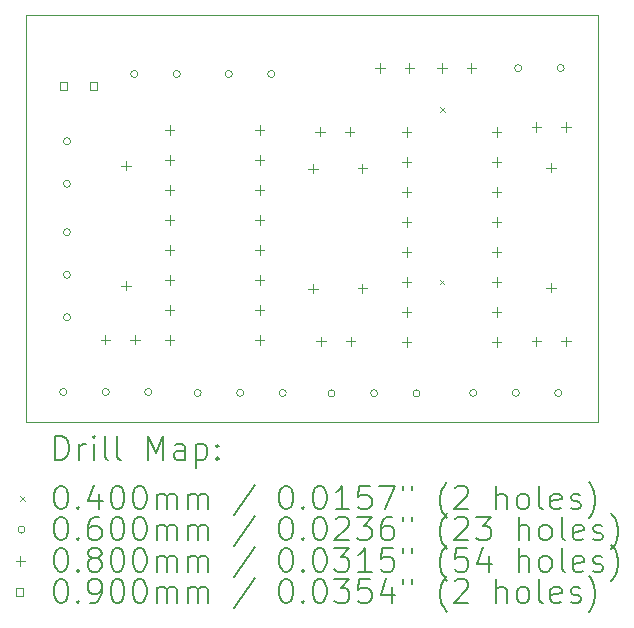
<source format=gbr>
%FSLAX45Y45*%
G04 Gerber Fmt 4.5, Leading zero omitted, Abs format (unit mm)*
G04 Created by KiCad (PCBNEW (6.0.2-0)) date 2024-11-08 08:50:23*
%MOMM*%
%LPD*%
G01*
G04 APERTURE LIST*
%TA.AperFunction,Profile*%
%ADD10C,0.100000*%
%TD*%
%ADD11C,0.200000*%
%ADD12C,0.040000*%
%ADD13C,0.060000*%
%ADD14C,0.080000*%
%ADD15C,0.090000*%
G04 APERTURE END LIST*
D10*
X8300000Y-3850000D02*
X13150000Y-3850000D01*
X13150000Y-3850000D02*
X13150000Y-7300000D01*
X13150000Y-7300000D02*
X8300000Y-7300000D01*
X8300000Y-7300000D02*
X8300000Y-3850000D01*
D11*
D12*
X11805000Y-6090951D02*
X11845000Y-6130951D01*
X11845000Y-6090951D02*
X11805000Y-6130951D01*
X11806910Y-4627450D02*
X11846910Y-4667450D01*
X11846910Y-4627450D02*
X11806910Y-4667450D01*
D13*
X8648522Y-7042782D02*
G75*
G03*
X8648522Y-7042782I-30000J0D01*
G01*
X8680000Y-4920000D02*
G75*
G03*
X8680000Y-4920000I-30000J0D01*
G01*
X8680000Y-5280000D02*
G75*
G03*
X8680000Y-5280000I-30000J0D01*
G01*
X8680000Y-5690000D02*
G75*
G03*
X8680000Y-5690000I-30000J0D01*
G01*
X8680000Y-6050000D02*
G75*
G03*
X8680000Y-6050000I-30000J0D01*
G01*
X8680000Y-6410000D02*
G75*
G03*
X8680000Y-6410000I-30000J0D01*
G01*
X9008522Y-7042782D02*
G75*
G03*
X9008522Y-7042782I-30000J0D01*
G01*
X9250000Y-4350000D02*
G75*
G03*
X9250000Y-4350000I-30000J0D01*
G01*
X9368522Y-7042782D02*
G75*
G03*
X9368522Y-7042782I-30000J0D01*
G01*
X9610000Y-4350000D02*
G75*
G03*
X9610000Y-4350000I-30000J0D01*
G01*
X9786671Y-7050000D02*
G75*
G03*
X9786671Y-7050000I-30000J0D01*
G01*
X10050000Y-4350000D02*
G75*
G03*
X10050000Y-4350000I-30000J0D01*
G01*
X10146671Y-7050000D02*
G75*
G03*
X10146671Y-7050000I-30000J0D01*
G01*
X10410000Y-4350000D02*
G75*
G03*
X10410000Y-4350000I-30000J0D01*
G01*
X10506671Y-7050000D02*
G75*
G03*
X10506671Y-7050000I-30000J0D01*
G01*
X10919949Y-7052538D02*
G75*
G03*
X10919949Y-7052538I-30000J0D01*
G01*
X11279948Y-7052538D02*
G75*
G03*
X11279948Y-7052538I-30000J0D01*
G01*
X11639948Y-7052538D02*
G75*
G03*
X11639948Y-7052538I-30000J0D01*
G01*
X12120000Y-7050000D02*
G75*
G03*
X12120000Y-7050000I-30000J0D01*
G01*
X12480000Y-7050000D02*
G75*
G03*
X12480000Y-7050000I-30000J0D01*
G01*
X12500000Y-4300000D02*
G75*
G03*
X12500000Y-4300000I-30000J0D01*
G01*
X12840000Y-7050000D02*
G75*
G03*
X12840000Y-7050000I-30000J0D01*
G01*
X12860000Y-4300000D02*
G75*
G03*
X12860000Y-4300000I-30000J0D01*
G01*
D14*
X8975000Y-6560000D02*
X8975000Y-6640000D01*
X8935000Y-6600000D02*
X9015000Y-6600000D01*
X9149255Y-5084790D02*
X9149255Y-5164790D01*
X9109255Y-5124790D02*
X9189255Y-5124790D01*
X9149255Y-6100790D02*
X9149255Y-6180790D01*
X9109255Y-6140790D02*
X9189255Y-6140790D01*
X9225000Y-6560000D02*
X9225000Y-6640000D01*
X9185000Y-6600000D02*
X9265000Y-6600000D01*
X9520000Y-4782447D02*
X9520000Y-4862447D01*
X9480000Y-4822447D02*
X9560000Y-4822447D01*
X9520000Y-5036447D02*
X9520000Y-5116447D01*
X9480000Y-5076447D02*
X9560000Y-5076447D01*
X9520000Y-5290447D02*
X9520000Y-5370447D01*
X9480000Y-5330447D02*
X9560000Y-5330447D01*
X9520000Y-5544447D02*
X9520000Y-5624447D01*
X9480000Y-5584447D02*
X9560000Y-5584447D01*
X9520000Y-5798447D02*
X9520000Y-5878447D01*
X9480000Y-5838447D02*
X9560000Y-5838447D01*
X9520000Y-6052447D02*
X9520000Y-6132447D01*
X9480000Y-6092447D02*
X9560000Y-6092447D01*
X9520000Y-6306447D02*
X9520000Y-6386447D01*
X9480000Y-6346447D02*
X9560000Y-6346447D01*
X9520000Y-6560447D02*
X9520000Y-6640447D01*
X9480000Y-6600447D02*
X9560000Y-6600447D01*
X10282000Y-4782447D02*
X10282000Y-4862447D01*
X10242000Y-4822447D02*
X10322000Y-4822447D01*
X10282000Y-5036447D02*
X10282000Y-5116447D01*
X10242000Y-5076447D02*
X10322000Y-5076447D01*
X10282000Y-5290447D02*
X10282000Y-5370447D01*
X10242000Y-5330447D02*
X10322000Y-5330447D01*
X10282000Y-5544447D02*
X10282000Y-5624447D01*
X10242000Y-5584447D02*
X10322000Y-5584447D01*
X10282000Y-5798447D02*
X10282000Y-5878447D01*
X10242000Y-5838447D02*
X10322000Y-5838447D01*
X10282000Y-6052447D02*
X10282000Y-6132447D01*
X10242000Y-6092447D02*
X10322000Y-6092447D01*
X10282000Y-6306447D02*
X10282000Y-6386447D01*
X10242000Y-6346447D02*
X10322000Y-6346447D01*
X10282000Y-6560447D02*
X10282000Y-6640447D01*
X10242000Y-6600447D02*
X10322000Y-6600447D01*
X10732434Y-5111833D02*
X10732434Y-5191833D01*
X10692434Y-5151833D02*
X10772434Y-5151833D01*
X10732434Y-6127833D02*
X10732434Y-6207833D01*
X10692434Y-6167833D02*
X10772434Y-6167833D01*
X10792585Y-4798162D02*
X10792585Y-4878162D01*
X10752585Y-4838162D02*
X10832585Y-4838162D01*
X10801323Y-6572795D02*
X10801323Y-6652795D01*
X10761323Y-6612795D02*
X10841323Y-6612795D01*
X11042585Y-4798162D02*
X11042585Y-4878162D01*
X11002585Y-4838162D02*
X11082585Y-4838162D01*
X11051323Y-6572795D02*
X11051323Y-6652795D01*
X11011323Y-6612795D02*
X11091323Y-6612795D01*
X11150000Y-5110000D02*
X11150000Y-5190000D01*
X11110000Y-5150000D02*
X11190000Y-5150000D01*
X11150000Y-6126000D02*
X11150000Y-6206000D01*
X11110000Y-6166000D02*
X11190000Y-6166000D01*
X11300000Y-4260000D02*
X11300000Y-4340000D01*
X11260000Y-4300000D02*
X11340000Y-4300000D01*
X11524952Y-4799884D02*
X11524952Y-4879884D01*
X11484952Y-4839884D02*
X11564952Y-4839884D01*
X11524952Y-5053884D02*
X11524952Y-5133884D01*
X11484952Y-5093884D02*
X11564952Y-5093884D01*
X11524952Y-5307884D02*
X11524952Y-5387884D01*
X11484952Y-5347884D02*
X11564952Y-5347884D01*
X11524952Y-5561884D02*
X11524952Y-5641883D01*
X11484952Y-5601883D02*
X11564952Y-5601883D01*
X11524952Y-5815883D02*
X11524952Y-5895883D01*
X11484952Y-5855883D02*
X11564952Y-5855883D01*
X11524952Y-6069883D02*
X11524952Y-6149883D01*
X11484952Y-6109883D02*
X11564952Y-6109883D01*
X11524952Y-6323883D02*
X11524952Y-6403883D01*
X11484952Y-6363883D02*
X11564952Y-6363883D01*
X11524952Y-6577883D02*
X11524952Y-6657883D01*
X11484952Y-6617883D02*
X11564952Y-6617883D01*
X11550000Y-4260000D02*
X11550000Y-4340000D01*
X11510000Y-4300000D02*
X11590000Y-4300000D01*
X11825000Y-4260000D02*
X11825000Y-4340000D01*
X11785000Y-4300000D02*
X11865000Y-4300000D01*
X12075000Y-4260000D02*
X12075000Y-4340000D01*
X12035000Y-4300000D02*
X12115000Y-4300000D01*
X12286952Y-4799884D02*
X12286952Y-4879884D01*
X12246952Y-4839884D02*
X12326952Y-4839884D01*
X12286952Y-5053884D02*
X12286952Y-5133884D01*
X12246952Y-5093884D02*
X12326952Y-5093884D01*
X12286952Y-5307884D02*
X12286952Y-5387884D01*
X12246952Y-5347884D02*
X12326952Y-5347884D01*
X12286952Y-5561884D02*
X12286952Y-5641883D01*
X12246952Y-5601883D02*
X12326952Y-5601883D01*
X12286952Y-5815883D02*
X12286952Y-5895883D01*
X12246952Y-5855883D02*
X12326952Y-5855883D01*
X12286952Y-6069883D02*
X12286952Y-6149883D01*
X12246952Y-6109883D02*
X12326952Y-6109883D01*
X12286952Y-6323883D02*
X12286952Y-6403883D01*
X12246952Y-6363883D02*
X12326952Y-6363883D01*
X12286952Y-6577883D02*
X12286952Y-6657883D01*
X12246952Y-6617883D02*
X12326952Y-6617883D01*
X12625000Y-4760000D02*
X12625000Y-4840000D01*
X12585000Y-4800000D02*
X12665000Y-4800000D01*
X12625000Y-6573148D02*
X12625000Y-6653148D01*
X12585000Y-6613148D02*
X12665000Y-6613148D01*
X12750000Y-5102000D02*
X12750000Y-5182000D01*
X12710000Y-5142000D02*
X12790000Y-5142000D01*
X12750000Y-6118000D02*
X12750000Y-6198000D01*
X12710000Y-6158000D02*
X12790000Y-6158000D01*
X12875000Y-4760000D02*
X12875000Y-4840000D01*
X12835000Y-4800000D02*
X12915000Y-4800000D01*
X12875000Y-6573148D02*
X12875000Y-6653148D01*
X12835000Y-6613148D02*
X12915000Y-6613148D01*
D15*
X8654320Y-4481820D02*
X8654320Y-4418180D01*
X8590680Y-4418180D01*
X8590680Y-4481820D01*
X8654320Y-4481820D01*
X8908320Y-4481820D02*
X8908320Y-4418180D01*
X8844680Y-4418180D01*
X8844680Y-4481820D01*
X8908320Y-4481820D01*
D11*
X8552619Y-7615476D02*
X8552619Y-7415476D01*
X8600238Y-7415476D01*
X8628810Y-7425000D01*
X8647857Y-7444048D01*
X8657381Y-7463095D01*
X8666905Y-7501190D01*
X8666905Y-7529762D01*
X8657381Y-7567857D01*
X8647857Y-7586905D01*
X8628810Y-7605952D01*
X8600238Y-7615476D01*
X8552619Y-7615476D01*
X8752619Y-7615476D02*
X8752619Y-7482143D01*
X8752619Y-7520238D02*
X8762143Y-7501190D01*
X8771667Y-7491667D01*
X8790714Y-7482143D01*
X8809762Y-7482143D01*
X8876429Y-7615476D02*
X8876429Y-7482143D01*
X8876429Y-7415476D02*
X8866905Y-7425000D01*
X8876429Y-7434524D01*
X8885952Y-7425000D01*
X8876429Y-7415476D01*
X8876429Y-7434524D01*
X9000238Y-7615476D02*
X8981190Y-7605952D01*
X8971667Y-7586905D01*
X8971667Y-7415476D01*
X9105000Y-7615476D02*
X9085952Y-7605952D01*
X9076429Y-7586905D01*
X9076429Y-7415476D01*
X9333571Y-7615476D02*
X9333571Y-7415476D01*
X9400238Y-7558333D01*
X9466905Y-7415476D01*
X9466905Y-7615476D01*
X9647857Y-7615476D02*
X9647857Y-7510714D01*
X9638333Y-7491667D01*
X9619286Y-7482143D01*
X9581190Y-7482143D01*
X9562143Y-7491667D01*
X9647857Y-7605952D02*
X9628810Y-7615476D01*
X9581190Y-7615476D01*
X9562143Y-7605952D01*
X9552619Y-7586905D01*
X9552619Y-7567857D01*
X9562143Y-7548809D01*
X9581190Y-7539286D01*
X9628810Y-7539286D01*
X9647857Y-7529762D01*
X9743095Y-7482143D02*
X9743095Y-7682143D01*
X9743095Y-7491667D02*
X9762143Y-7482143D01*
X9800238Y-7482143D01*
X9819286Y-7491667D01*
X9828810Y-7501190D01*
X9838333Y-7520238D01*
X9838333Y-7577381D01*
X9828810Y-7596428D01*
X9819286Y-7605952D01*
X9800238Y-7615476D01*
X9762143Y-7615476D01*
X9743095Y-7605952D01*
X9924048Y-7596428D02*
X9933571Y-7605952D01*
X9924048Y-7615476D01*
X9914524Y-7605952D01*
X9924048Y-7596428D01*
X9924048Y-7615476D01*
X9924048Y-7491667D02*
X9933571Y-7501190D01*
X9924048Y-7510714D01*
X9914524Y-7501190D01*
X9924048Y-7491667D01*
X9924048Y-7510714D01*
D12*
X8255000Y-7925000D02*
X8295000Y-7965000D01*
X8295000Y-7925000D02*
X8255000Y-7965000D01*
D11*
X8590714Y-7835476D02*
X8609762Y-7835476D01*
X8628810Y-7845000D01*
X8638333Y-7854524D01*
X8647857Y-7873571D01*
X8657381Y-7911667D01*
X8657381Y-7959286D01*
X8647857Y-7997381D01*
X8638333Y-8016428D01*
X8628810Y-8025952D01*
X8609762Y-8035476D01*
X8590714Y-8035476D01*
X8571667Y-8025952D01*
X8562143Y-8016428D01*
X8552619Y-7997381D01*
X8543095Y-7959286D01*
X8543095Y-7911667D01*
X8552619Y-7873571D01*
X8562143Y-7854524D01*
X8571667Y-7845000D01*
X8590714Y-7835476D01*
X8743095Y-8016428D02*
X8752619Y-8025952D01*
X8743095Y-8035476D01*
X8733571Y-8025952D01*
X8743095Y-8016428D01*
X8743095Y-8035476D01*
X8924048Y-7902143D02*
X8924048Y-8035476D01*
X8876429Y-7825952D02*
X8828810Y-7968809D01*
X8952619Y-7968809D01*
X9066905Y-7835476D02*
X9085952Y-7835476D01*
X9105000Y-7845000D01*
X9114524Y-7854524D01*
X9124048Y-7873571D01*
X9133571Y-7911667D01*
X9133571Y-7959286D01*
X9124048Y-7997381D01*
X9114524Y-8016428D01*
X9105000Y-8025952D01*
X9085952Y-8035476D01*
X9066905Y-8035476D01*
X9047857Y-8025952D01*
X9038333Y-8016428D01*
X9028810Y-7997381D01*
X9019286Y-7959286D01*
X9019286Y-7911667D01*
X9028810Y-7873571D01*
X9038333Y-7854524D01*
X9047857Y-7845000D01*
X9066905Y-7835476D01*
X9257381Y-7835476D02*
X9276429Y-7835476D01*
X9295476Y-7845000D01*
X9305000Y-7854524D01*
X9314524Y-7873571D01*
X9324048Y-7911667D01*
X9324048Y-7959286D01*
X9314524Y-7997381D01*
X9305000Y-8016428D01*
X9295476Y-8025952D01*
X9276429Y-8035476D01*
X9257381Y-8035476D01*
X9238333Y-8025952D01*
X9228810Y-8016428D01*
X9219286Y-7997381D01*
X9209762Y-7959286D01*
X9209762Y-7911667D01*
X9219286Y-7873571D01*
X9228810Y-7854524D01*
X9238333Y-7845000D01*
X9257381Y-7835476D01*
X9409762Y-8035476D02*
X9409762Y-7902143D01*
X9409762Y-7921190D02*
X9419286Y-7911667D01*
X9438333Y-7902143D01*
X9466905Y-7902143D01*
X9485952Y-7911667D01*
X9495476Y-7930714D01*
X9495476Y-8035476D01*
X9495476Y-7930714D02*
X9505000Y-7911667D01*
X9524048Y-7902143D01*
X9552619Y-7902143D01*
X9571667Y-7911667D01*
X9581190Y-7930714D01*
X9581190Y-8035476D01*
X9676429Y-8035476D02*
X9676429Y-7902143D01*
X9676429Y-7921190D02*
X9685952Y-7911667D01*
X9705000Y-7902143D01*
X9733571Y-7902143D01*
X9752619Y-7911667D01*
X9762143Y-7930714D01*
X9762143Y-8035476D01*
X9762143Y-7930714D02*
X9771667Y-7911667D01*
X9790714Y-7902143D01*
X9819286Y-7902143D01*
X9838333Y-7911667D01*
X9847857Y-7930714D01*
X9847857Y-8035476D01*
X10238333Y-7825952D02*
X10066905Y-8083095D01*
X10495476Y-7835476D02*
X10514524Y-7835476D01*
X10533571Y-7845000D01*
X10543095Y-7854524D01*
X10552619Y-7873571D01*
X10562143Y-7911667D01*
X10562143Y-7959286D01*
X10552619Y-7997381D01*
X10543095Y-8016428D01*
X10533571Y-8025952D01*
X10514524Y-8035476D01*
X10495476Y-8035476D01*
X10476429Y-8025952D01*
X10466905Y-8016428D01*
X10457381Y-7997381D01*
X10447857Y-7959286D01*
X10447857Y-7911667D01*
X10457381Y-7873571D01*
X10466905Y-7854524D01*
X10476429Y-7845000D01*
X10495476Y-7835476D01*
X10647857Y-8016428D02*
X10657381Y-8025952D01*
X10647857Y-8035476D01*
X10638333Y-8025952D01*
X10647857Y-8016428D01*
X10647857Y-8035476D01*
X10781190Y-7835476D02*
X10800238Y-7835476D01*
X10819286Y-7845000D01*
X10828810Y-7854524D01*
X10838333Y-7873571D01*
X10847857Y-7911667D01*
X10847857Y-7959286D01*
X10838333Y-7997381D01*
X10828810Y-8016428D01*
X10819286Y-8025952D01*
X10800238Y-8035476D01*
X10781190Y-8035476D01*
X10762143Y-8025952D01*
X10752619Y-8016428D01*
X10743095Y-7997381D01*
X10733571Y-7959286D01*
X10733571Y-7911667D01*
X10743095Y-7873571D01*
X10752619Y-7854524D01*
X10762143Y-7845000D01*
X10781190Y-7835476D01*
X11038333Y-8035476D02*
X10924048Y-8035476D01*
X10981190Y-8035476D02*
X10981190Y-7835476D01*
X10962143Y-7864048D01*
X10943095Y-7883095D01*
X10924048Y-7892619D01*
X11219286Y-7835476D02*
X11124048Y-7835476D01*
X11114524Y-7930714D01*
X11124048Y-7921190D01*
X11143095Y-7911667D01*
X11190714Y-7911667D01*
X11209762Y-7921190D01*
X11219286Y-7930714D01*
X11228809Y-7949762D01*
X11228809Y-7997381D01*
X11219286Y-8016428D01*
X11209762Y-8025952D01*
X11190714Y-8035476D01*
X11143095Y-8035476D01*
X11124048Y-8025952D01*
X11114524Y-8016428D01*
X11295476Y-7835476D02*
X11428809Y-7835476D01*
X11343095Y-8035476D01*
X11495476Y-7835476D02*
X11495476Y-7873571D01*
X11571667Y-7835476D02*
X11571667Y-7873571D01*
X11866905Y-8111667D02*
X11857381Y-8102143D01*
X11838333Y-8073571D01*
X11828809Y-8054524D01*
X11819286Y-8025952D01*
X11809762Y-7978333D01*
X11809762Y-7940238D01*
X11819286Y-7892619D01*
X11828809Y-7864048D01*
X11838333Y-7845000D01*
X11857381Y-7816428D01*
X11866905Y-7806905D01*
X11933571Y-7854524D02*
X11943095Y-7845000D01*
X11962143Y-7835476D01*
X12009762Y-7835476D01*
X12028809Y-7845000D01*
X12038333Y-7854524D01*
X12047857Y-7873571D01*
X12047857Y-7892619D01*
X12038333Y-7921190D01*
X11924048Y-8035476D01*
X12047857Y-8035476D01*
X12285952Y-8035476D02*
X12285952Y-7835476D01*
X12371667Y-8035476D02*
X12371667Y-7930714D01*
X12362143Y-7911667D01*
X12343095Y-7902143D01*
X12314524Y-7902143D01*
X12295476Y-7911667D01*
X12285952Y-7921190D01*
X12495476Y-8035476D02*
X12476428Y-8025952D01*
X12466905Y-8016428D01*
X12457381Y-7997381D01*
X12457381Y-7940238D01*
X12466905Y-7921190D01*
X12476428Y-7911667D01*
X12495476Y-7902143D01*
X12524048Y-7902143D01*
X12543095Y-7911667D01*
X12552619Y-7921190D01*
X12562143Y-7940238D01*
X12562143Y-7997381D01*
X12552619Y-8016428D01*
X12543095Y-8025952D01*
X12524048Y-8035476D01*
X12495476Y-8035476D01*
X12676428Y-8035476D02*
X12657381Y-8025952D01*
X12647857Y-8006905D01*
X12647857Y-7835476D01*
X12828809Y-8025952D02*
X12809762Y-8035476D01*
X12771667Y-8035476D01*
X12752619Y-8025952D01*
X12743095Y-8006905D01*
X12743095Y-7930714D01*
X12752619Y-7911667D01*
X12771667Y-7902143D01*
X12809762Y-7902143D01*
X12828809Y-7911667D01*
X12838333Y-7930714D01*
X12838333Y-7949762D01*
X12743095Y-7968809D01*
X12914524Y-8025952D02*
X12933571Y-8035476D01*
X12971667Y-8035476D01*
X12990714Y-8025952D01*
X13000238Y-8006905D01*
X13000238Y-7997381D01*
X12990714Y-7978333D01*
X12971667Y-7968809D01*
X12943095Y-7968809D01*
X12924048Y-7959286D01*
X12914524Y-7940238D01*
X12914524Y-7930714D01*
X12924048Y-7911667D01*
X12943095Y-7902143D01*
X12971667Y-7902143D01*
X12990714Y-7911667D01*
X13066905Y-8111667D02*
X13076428Y-8102143D01*
X13095476Y-8073571D01*
X13105000Y-8054524D01*
X13114524Y-8025952D01*
X13124048Y-7978333D01*
X13124048Y-7940238D01*
X13114524Y-7892619D01*
X13105000Y-7864048D01*
X13095476Y-7845000D01*
X13076428Y-7816428D01*
X13066905Y-7806905D01*
D13*
X8295000Y-8209000D02*
G75*
G03*
X8295000Y-8209000I-30000J0D01*
G01*
D11*
X8590714Y-8099476D02*
X8609762Y-8099476D01*
X8628810Y-8109000D01*
X8638333Y-8118524D01*
X8647857Y-8137571D01*
X8657381Y-8175667D01*
X8657381Y-8223286D01*
X8647857Y-8261381D01*
X8638333Y-8280428D01*
X8628810Y-8289952D01*
X8609762Y-8299476D01*
X8590714Y-8299476D01*
X8571667Y-8289952D01*
X8562143Y-8280428D01*
X8552619Y-8261381D01*
X8543095Y-8223286D01*
X8543095Y-8175667D01*
X8552619Y-8137571D01*
X8562143Y-8118524D01*
X8571667Y-8109000D01*
X8590714Y-8099476D01*
X8743095Y-8280428D02*
X8752619Y-8289952D01*
X8743095Y-8299476D01*
X8733571Y-8289952D01*
X8743095Y-8280428D01*
X8743095Y-8299476D01*
X8924048Y-8099476D02*
X8885952Y-8099476D01*
X8866905Y-8109000D01*
X8857381Y-8118524D01*
X8838333Y-8147095D01*
X8828810Y-8185190D01*
X8828810Y-8261381D01*
X8838333Y-8280428D01*
X8847857Y-8289952D01*
X8866905Y-8299476D01*
X8905000Y-8299476D01*
X8924048Y-8289952D01*
X8933571Y-8280428D01*
X8943095Y-8261381D01*
X8943095Y-8213762D01*
X8933571Y-8194714D01*
X8924048Y-8185190D01*
X8905000Y-8175667D01*
X8866905Y-8175667D01*
X8847857Y-8185190D01*
X8838333Y-8194714D01*
X8828810Y-8213762D01*
X9066905Y-8099476D02*
X9085952Y-8099476D01*
X9105000Y-8109000D01*
X9114524Y-8118524D01*
X9124048Y-8137571D01*
X9133571Y-8175667D01*
X9133571Y-8223286D01*
X9124048Y-8261381D01*
X9114524Y-8280428D01*
X9105000Y-8289952D01*
X9085952Y-8299476D01*
X9066905Y-8299476D01*
X9047857Y-8289952D01*
X9038333Y-8280428D01*
X9028810Y-8261381D01*
X9019286Y-8223286D01*
X9019286Y-8175667D01*
X9028810Y-8137571D01*
X9038333Y-8118524D01*
X9047857Y-8109000D01*
X9066905Y-8099476D01*
X9257381Y-8099476D02*
X9276429Y-8099476D01*
X9295476Y-8109000D01*
X9305000Y-8118524D01*
X9314524Y-8137571D01*
X9324048Y-8175667D01*
X9324048Y-8223286D01*
X9314524Y-8261381D01*
X9305000Y-8280428D01*
X9295476Y-8289952D01*
X9276429Y-8299476D01*
X9257381Y-8299476D01*
X9238333Y-8289952D01*
X9228810Y-8280428D01*
X9219286Y-8261381D01*
X9209762Y-8223286D01*
X9209762Y-8175667D01*
X9219286Y-8137571D01*
X9228810Y-8118524D01*
X9238333Y-8109000D01*
X9257381Y-8099476D01*
X9409762Y-8299476D02*
X9409762Y-8166143D01*
X9409762Y-8185190D02*
X9419286Y-8175667D01*
X9438333Y-8166143D01*
X9466905Y-8166143D01*
X9485952Y-8175667D01*
X9495476Y-8194714D01*
X9495476Y-8299476D01*
X9495476Y-8194714D02*
X9505000Y-8175667D01*
X9524048Y-8166143D01*
X9552619Y-8166143D01*
X9571667Y-8175667D01*
X9581190Y-8194714D01*
X9581190Y-8299476D01*
X9676429Y-8299476D02*
X9676429Y-8166143D01*
X9676429Y-8185190D02*
X9685952Y-8175667D01*
X9705000Y-8166143D01*
X9733571Y-8166143D01*
X9752619Y-8175667D01*
X9762143Y-8194714D01*
X9762143Y-8299476D01*
X9762143Y-8194714D02*
X9771667Y-8175667D01*
X9790714Y-8166143D01*
X9819286Y-8166143D01*
X9838333Y-8175667D01*
X9847857Y-8194714D01*
X9847857Y-8299476D01*
X10238333Y-8089952D02*
X10066905Y-8347095D01*
X10495476Y-8099476D02*
X10514524Y-8099476D01*
X10533571Y-8109000D01*
X10543095Y-8118524D01*
X10552619Y-8137571D01*
X10562143Y-8175667D01*
X10562143Y-8223286D01*
X10552619Y-8261381D01*
X10543095Y-8280428D01*
X10533571Y-8289952D01*
X10514524Y-8299476D01*
X10495476Y-8299476D01*
X10476429Y-8289952D01*
X10466905Y-8280428D01*
X10457381Y-8261381D01*
X10447857Y-8223286D01*
X10447857Y-8175667D01*
X10457381Y-8137571D01*
X10466905Y-8118524D01*
X10476429Y-8109000D01*
X10495476Y-8099476D01*
X10647857Y-8280428D02*
X10657381Y-8289952D01*
X10647857Y-8299476D01*
X10638333Y-8289952D01*
X10647857Y-8280428D01*
X10647857Y-8299476D01*
X10781190Y-8099476D02*
X10800238Y-8099476D01*
X10819286Y-8109000D01*
X10828810Y-8118524D01*
X10838333Y-8137571D01*
X10847857Y-8175667D01*
X10847857Y-8223286D01*
X10838333Y-8261381D01*
X10828810Y-8280428D01*
X10819286Y-8289952D01*
X10800238Y-8299476D01*
X10781190Y-8299476D01*
X10762143Y-8289952D01*
X10752619Y-8280428D01*
X10743095Y-8261381D01*
X10733571Y-8223286D01*
X10733571Y-8175667D01*
X10743095Y-8137571D01*
X10752619Y-8118524D01*
X10762143Y-8109000D01*
X10781190Y-8099476D01*
X10924048Y-8118524D02*
X10933571Y-8109000D01*
X10952619Y-8099476D01*
X11000238Y-8099476D01*
X11019286Y-8109000D01*
X11028810Y-8118524D01*
X11038333Y-8137571D01*
X11038333Y-8156619D01*
X11028810Y-8185190D01*
X10914524Y-8299476D01*
X11038333Y-8299476D01*
X11105000Y-8099476D02*
X11228809Y-8099476D01*
X11162143Y-8175667D01*
X11190714Y-8175667D01*
X11209762Y-8185190D01*
X11219286Y-8194714D01*
X11228809Y-8213762D01*
X11228809Y-8261381D01*
X11219286Y-8280428D01*
X11209762Y-8289952D01*
X11190714Y-8299476D01*
X11133571Y-8299476D01*
X11114524Y-8289952D01*
X11105000Y-8280428D01*
X11400238Y-8099476D02*
X11362143Y-8099476D01*
X11343095Y-8109000D01*
X11333571Y-8118524D01*
X11314524Y-8147095D01*
X11305000Y-8185190D01*
X11305000Y-8261381D01*
X11314524Y-8280428D01*
X11324048Y-8289952D01*
X11343095Y-8299476D01*
X11381190Y-8299476D01*
X11400238Y-8289952D01*
X11409762Y-8280428D01*
X11419286Y-8261381D01*
X11419286Y-8213762D01*
X11409762Y-8194714D01*
X11400238Y-8185190D01*
X11381190Y-8175667D01*
X11343095Y-8175667D01*
X11324048Y-8185190D01*
X11314524Y-8194714D01*
X11305000Y-8213762D01*
X11495476Y-8099476D02*
X11495476Y-8137571D01*
X11571667Y-8099476D02*
X11571667Y-8137571D01*
X11866905Y-8375667D02*
X11857381Y-8366143D01*
X11838333Y-8337571D01*
X11828809Y-8318524D01*
X11819286Y-8289952D01*
X11809762Y-8242333D01*
X11809762Y-8204238D01*
X11819286Y-8156619D01*
X11828809Y-8128048D01*
X11838333Y-8109000D01*
X11857381Y-8080428D01*
X11866905Y-8070905D01*
X11933571Y-8118524D02*
X11943095Y-8109000D01*
X11962143Y-8099476D01*
X12009762Y-8099476D01*
X12028809Y-8109000D01*
X12038333Y-8118524D01*
X12047857Y-8137571D01*
X12047857Y-8156619D01*
X12038333Y-8185190D01*
X11924048Y-8299476D01*
X12047857Y-8299476D01*
X12114524Y-8099476D02*
X12238333Y-8099476D01*
X12171667Y-8175667D01*
X12200238Y-8175667D01*
X12219286Y-8185190D01*
X12228809Y-8194714D01*
X12238333Y-8213762D01*
X12238333Y-8261381D01*
X12228809Y-8280428D01*
X12219286Y-8289952D01*
X12200238Y-8299476D01*
X12143095Y-8299476D01*
X12124048Y-8289952D01*
X12114524Y-8280428D01*
X12476428Y-8299476D02*
X12476428Y-8099476D01*
X12562143Y-8299476D02*
X12562143Y-8194714D01*
X12552619Y-8175667D01*
X12533571Y-8166143D01*
X12505000Y-8166143D01*
X12485952Y-8175667D01*
X12476428Y-8185190D01*
X12685952Y-8299476D02*
X12666905Y-8289952D01*
X12657381Y-8280428D01*
X12647857Y-8261381D01*
X12647857Y-8204238D01*
X12657381Y-8185190D01*
X12666905Y-8175667D01*
X12685952Y-8166143D01*
X12714524Y-8166143D01*
X12733571Y-8175667D01*
X12743095Y-8185190D01*
X12752619Y-8204238D01*
X12752619Y-8261381D01*
X12743095Y-8280428D01*
X12733571Y-8289952D01*
X12714524Y-8299476D01*
X12685952Y-8299476D01*
X12866905Y-8299476D02*
X12847857Y-8289952D01*
X12838333Y-8270905D01*
X12838333Y-8099476D01*
X13019286Y-8289952D02*
X13000238Y-8299476D01*
X12962143Y-8299476D01*
X12943095Y-8289952D01*
X12933571Y-8270905D01*
X12933571Y-8194714D01*
X12943095Y-8175667D01*
X12962143Y-8166143D01*
X13000238Y-8166143D01*
X13019286Y-8175667D01*
X13028809Y-8194714D01*
X13028809Y-8213762D01*
X12933571Y-8232809D01*
X13105000Y-8289952D02*
X13124048Y-8299476D01*
X13162143Y-8299476D01*
X13181190Y-8289952D01*
X13190714Y-8270905D01*
X13190714Y-8261381D01*
X13181190Y-8242333D01*
X13162143Y-8232809D01*
X13133571Y-8232809D01*
X13114524Y-8223286D01*
X13105000Y-8204238D01*
X13105000Y-8194714D01*
X13114524Y-8175667D01*
X13133571Y-8166143D01*
X13162143Y-8166143D01*
X13181190Y-8175667D01*
X13257381Y-8375667D02*
X13266905Y-8366143D01*
X13285952Y-8337571D01*
X13295476Y-8318524D01*
X13305000Y-8289952D01*
X13314524Y-8242333D01*
X13314524Y-8204238D01*
X13305000Y-8156619D01*
X13295476Y-8128048D01*
X13285952Y-8109000D01*
X13266905Y-8080428D01*
X13257381Y-8070905D01*
D14*
X8255000Y-8433000D02*
X8255000Y-8513000D01*
X8215000Y-8473000D02*
X8295000Y-8473000D01*
D11*
X8590714Y-8363476D02*
X8609762Y-8363476D01*
X8628810Y-8373000D01*
X8638333Y-8382524D01*
X8647857Y-8401571D01*
X8657381Y-8439667D01*
X8657381Y-8487286D01*
X8647857Y-8525381D01*
X8638333Y-8544429D01*
X8628810Y-8553952D01*
X8609762Y-8563476D01*
X8590714Y-8563476D01*
X8571667Y-8553952D01*
X8562143Y-8544429D01*
X8552619Y-8525381D01*
X8543095Y-8487286D01*
X8543095Y-8439667D01*
X8552619Y-8401571D01*
X8562143Y-8382524D01*
X8571667Y-8373000D01*
X8590714Y-8363476D01*
X8743095Y-8544429D02*
X8752619Y-8553952D01*
X8743095Y-8563476D01*
X8733571Y-8553952D01*
X8743095Y-8544429D01*
X8743095Y-8563476D01*
X8866905Y-8449190D02*
X8847857Y-8439667D01*
X8838333Y-8430143D01*
X8828810Y-8411095D01*
X8828810Y-8401571D01*
X8838333Y-8382524D01*
X8847857Y-8373000D01*
X8866905Y-8363476D01*
X8905000Y-8363476D01*
X8924048Y-8373000D01*
X8933571Y-8382524D01*
X8943095Y-8401571D01*
X8943095Y-8411095D01*
X8933571Y-8430143D01*
X8924048Y-8439667D01*
X8905000Y-8449190D01*
X8866905Y-8449190D01*
X8847857Y-8458714D01*
X8838333Y-8468238D01*
X8828810Y-8487286D01*
X8828810Y-8525381D01*
X8838333Y-8544429D01*
X8847857Y-8553952D01*
X8866905Y-8563476D01*
X8905000Y-8563476D01*
X8924048Y-8553952D01*
X8933571Y-8544429D01*
X8943095Y-8525381D01*
X8943095Y-8487286D01*
X8933571Y-8468238D01*
X8924048Y-8458714D01*
X8905000Y-8449190D01*
X9066905Y-8363476D02*
X9085952Y-8363476D01*
X9105000Y-8373000D01*
X9114524Y-8382524D01*
X9124048Y-8401571D01*
X9133571Y-8439667D01*
X9133571Y-8487286D01*
X9124048Y-8525381D01*
X9114524Y-8544429D01*
X9105000Y-8553952D01*
X9085952Y-8563476D01*
X9066905Y-8563476D01*
X9047857Y-8553952D01*
X9038333Y-8544429D01*
X9028810Y-8525381D01*
X9019286Y-8487286D01*
X9019286Y-8439667D01*
X9028810Y-8401571D01*
X9038333Y-8382524D01*
X9047857Y-8373000D01*
X9066905Y-8363476D01*
X9257381Y-8363476D02*
X9276429Y-8363476D01*
X9295476Y-8373000D01*
X9305000Y-8382524D01*
X9314524Y-8401571D01*
X9324048Y-8439667D01*
X9324048Y-8487286D01*
X9314524Y-8525381D01*
X9305000Y-8544429D01*
X9295476Y-8553952D01*
X9276429Y-8563476D01*
X9257381Y-8563476D01*
X9238333Y-8553952D01*
X9228810Y-8544429D01*
X9219286Y-8525381D01*
X9209762Y-8487286D01*
X9209762Y-8439667D01*
X9219286Y-8401571D01*
X9228810Y-8382524D01*
X9238333Y-8373000D01*
X9257381Y-8363476D01*
X9409762Y-8563476D02*
X9409762Y-8430143D01*
X9409762Y-8449190D02*
X9419286Y-8439667D01*
X9438333Y-8430143D01*
X9466905Y-8430143D01*
X9485952Y-8439667D01*
X9495476Y-8458714D01*
X9495476Y-8563476D01*
X9495476Y-8458714D02*
X9505000Y-8439667D01*
X9524048Y-8430143D01*
X9552619Y-8430143D01*
X9571667Y-8439667D01*
X9581190Y-8458714D01*
X9581190Y-8563476D01*
X9676429Y-8563476D02*
X9676429Y-8430143D01*
X9676429Y-8449190D02*
X9685952Y-8439667D01*
X9705000Y-8430143D01*
X9733571Y-8430143D01*
X9752619Y-8439667D01*
X9762143Y-8458714D01*
X9762143Y-8563476D01*
X9762143Y-8458714D02*
X9771667Y-8439667D01*
X9790714Y-8430143D01*
X9819286Y-8430143D01*
X9838333Y-8439667D01*
X9847857Y-8458714D01*
X9847857Y-8563476D01*
X10238333Y-8353952D02*
X10066905Y-8611095D01*
X10495476Y-8363476D02*
X10514524Y-8363476D01*
X10533571Y-8373000D01*
X10543095Y-8382524D01*
X10552619Y-8401571D01*
X10562143Y-8439667D01*
X10562143Y-8487286D01*
X10552619Y-8525381D01*
X10543095Y-8544429D01*
X10533571Y-8553952D01*
X10514524Y-8563476D01*
X10495476Y-8563476D01*
X10476429Y-8553952D01*
X10466905Y-8544429D01*
X10457381Y-8525381D01*
X10447857Y-8487286D01*
X10447857Y-8439667D01*
X10457381Y-8401571D01*
X10466905Y-8382524D01*
X10476429Y-8373000D01*
X10495476Y-8363476D01*
X10647857Y-8544429D02*
X10657381Y-8553952D01*
X10647857Y-8563476D01*
X10638333Y-8553952D01*
X10647857Y-8544429D01*
X10647857Y-8563476D01*
X10781190Y-8363476D02*
X10800238Y-8363476D01*
X10819286Y-8373000D01*
X10828810Y-8382524D01*
X10838333Y-8401571D01*
X10847857Y-8439667D01*
X10847857Y-8487286D01*
X10838333Y-8525381D01*
X10828810Y-8544429D01*
X10819286Y-8553952D01*
X10800238Y-8563476D01*
X10781190Y-8563476D01*
X10762143Y-8553952D01*
X10752619Y-8544429D01*
X10743095Y-8525381D01*
X10733571Y-8487286D01*
X10733571Y-8439667D01*
X10743095Y-8401571D01*
X10752619Y-8382524D01*
X10762143Y-8373000D01*
X10781190Y-8363476D01*
X10914524Y-8363476D02*
X11038333Y-8363476D01*
X10971667Y-8439667D01*
X11000238Y-8439667D01*
X11019286Y-8449190D01*
X11028810Y-8458714D01*
X11038333Y-8477762D01*
X11038333Y-8525381D01*
X11028810Y-8544429D01*
X11019286Y-8553952D01*
X11000238Y-8563476D01*
X10943095Y-8563476D01*
X10924048Y-8553952D01*
X10914524Y-8544429D01*
X11228809Y-8563476D02*
X11114524Y-8563476D01*
X11171667Y-8563476D02*
X11171667Y-8363476D01*
X11152619Y-8392048D01*
X11133571Y-8411095D01*
X11114524Y-8420619D01*
X11409762Y-8363476D02*
X11314524Y-8363476D01*
X11305000Y-8458714D01*
X11314524Y-8449190D01*
X11333571Y-8439667D01*
X11381190Y-8439667D01*
X11400238Y-8449190D01*
X11409762Y-8458714D01*
X11419286Y-8477762D01*
X11419286Y-8525381D01*
X11409762Y-8544429D01*
X11400238Y-8553952D01*
X11381190Y-8563476D01*
X11333571Y-8563476D01*
X11314524Y-8553952D01*
X11305000Y-8544429D01*
X11495476Y-8363476D02*
X11495476Y-8401571D01*
X11571667Y-8363476D02*
X11571667Y-8401571D01*
X11866905Y-8639667D02*
X11857381Y-8630143D01*
X11838333Y-8601571D01*
X11828809Y-8582524D01*
X11819286Y-8553952D01*
X11809762Y-8506333D01*
X11809762Y-8468238D01*
X11819286Y-8420619D01*
X11828809Y-8392048D01*
X11838333Y-8373000D01*
X11857381Y-8344428D01*
X11866905Y-8334905D01*
X12038333Y-8363476D02*
X11943095Y-8363476D01*
X11933571Y-8458714D01*
X11943095Y-8449190D01*
X11962143Y-8439667D01*
X12009762Y-8439667D01*
X12028809Y-8449190D01*
X12038333Y-8458714D01*
X12047857Y-8477762D01*
X12047857Y-8525381D01*
X12038333Y-8544429D01*
X12028809Y-8553952D01*
X12009762Y-8563476D01*
X11962143Y-8563476D01*
X11943095Y-8553952D01*
X11933571Y-8544429D01*
X12219286Y-8430143D02*
X12219286Y-8563476D01*
X12171667Y-8353952D02*
X12124048Y-8496810D01*
X12247857Y-8496810D01*
X12476428Y-8563476D02*
X12476428Y-8363476D01*
X12562143Y-8563476D02*
X12562143Y-8458714D01*
X12552619Y-8439667D01*
X12533571Y-8430143D01*
X12505000Y-8430143D01*
X12485952Y-8439667D01*
X12476428Y-8449190D01*
X12685952Y-8563476D02*
X12666905Y-8553952D01*
X12657381Y-8544429D01*
X12647857Y-8525381D01*
X12647857Y-8468238D01*
X12657381Y-8449190D01*
X12666905Y-8439667D01*
X12685952Y-8430143D01*
X12714524Y-8430143D01*
X12733571Y-8439667D01*
X12743095Y-8449190D01*
X12752619Y-8468238D01*
X12752619Y-8525381D01*
X12743095Y-8544429D01*
X12733571Y-8553952D01*
X12714524Y-8563476D01*
X12685952Y-8563476D01*
X12866905Y-8563476D02*
X12847857Y-8553952D01*
X12838333Y-8534905D01*
X12838333Y-8363476D01*
X13019286Y-8553952D02*
X13000238Y-8563476D01*
X12962143Y-8563476D01*
X12943095Y-8553952D01*
X12933571Y-8534905D01*
X12933571Y-8458714D01*
X12943095Y-8439667D01*
X12962143Y-8430143D01*
X13000238Y-8430143D01*
X13019286Y-8439667D01*
X13028809Y-8458714D01*
X13028809Y-8477762D01*
X12933571Y-8496810D01*
X13105000Y-8553952D02*
X13124048Y-8563476D01*
X13162143Y-8563476D01*
X13181190Y-8553952D01*
X13190714Y-8534905D01*
X13190714Y-8525381D01*
X13181190Y-8506333D01*
X13162143Y-8496810D01*
X13133571Y-8496810D01*
X13114524Y-8487286D01*
X13105000Y-8468238D01*
X13105000Y-8458714D01*
X13114524Y-8439667D01*
X13133571Y-8430143D01*
X13162143Y-8430143D01*
X13181190Y-8439667D01*
X13257381Y-8639667D02*
X13266905Y-8630143D01*
X13285952Y-8601571D01*
X13295476Y-8582524D01*
X13305000Y-8553952D01*
X13314524Y-8506333D01*
X13314524Y-8468238D01*
X13305000Y-8420619D01*
X13295476Y-8392048D01*
X13285952Y-8373000D01*
X13266905Y-8344428D01*
X13257381Y-8334905D01*
D15*
X8281820Y-8768820D02*
X8281820Y-8705180D01*
X8218180Y-8705180D01*
X8218180Y-8768820D01*
X8281820Y-8768820D01*
D11*
X8590714Y-8627476D02*
X8609762Y-8627476D01*
X8628810Y-8637000D01*
X8638333Y-8646524D01*
X8647857Y-8665571D01*
X8657381Y-8703667D01*
X8657381Y-8751286D01*
X8647857Y-8789381D01*
X8638333Y-8808429D01*
X8628810Y-8817952D01*
X8609762Y-8827476D01*
X8590714Y-8827476D01*
X8571667Y-8817952D01*
X8562143Y-8808429D01*
X8552619Y-8789381D01*
X8543095Y-8751286D01*
X8543095Y-8703667D01*
X8552619Y-8665571D01*
X8562143Y-8646524D01*
X8571667Y-8637000D01*
X8590714Y-8627476D01*
X8743095Y-8808429D02*
X8752619Y-8817952D01*
X8743095Y-8827476D01*
X8733571Y-8817952D01*
X8743095Y-8808429D01*
X8743095Y-8827476D01*
X8847857Y-8827476D02*
X8885952Y-8827476D01*
X8905000Y-8817952D01*
X8914524Y-8808429D01*
X8933571Y-8779857D01*
X8943095Y-8741762D01*
X8943095Y-8665571D01*
X8933571Y-8646524D01*
X8924048Y-8637000D01*
X8905000Y-8627476D01*
X8866905Y-8627476D01*
X8847857Y-8637000D01*
X8838333Y-8646524D01*
X8828810Y-8665571D01*
X8828810Y-8713190D01*
X8838333Y-8732238D01*
X8847857Y-8741762D01*
X8866905Y-8751286D01*
X8905000Y-8751286D01*
X8924048Y-8741762D01*
X8933571Y-8732238D01*
X8943095Y-8713190D01*
X9066905Y-8627476D02*
X9085952Y-8627476D01*
X9105000Y-8637000D01*
X9114524Y-8646524D01*
X9124048Y-8665571D01*
X9133571Y-8703667D01*
X9133571Y-8751286D01*
X9124048Y-8789381D01*
X9114524Y-8808429D01*
X9105000Y-8817952D01*
X9085952Y-8827476D01*
X9066905Y-8827476D01*
X9047857Y-8817952D01*
X9038333Y-8808429D01*
X9028810Y-8789381D01*
X9019286Y-8751286D01*
X9019286Y-8703667D01*
X9028810Y-8665571D01*
X9038333Y-8646524D01*
X9047857Y-8637000D01*
X9066905Y-8627476D01*
X9257381Y-8627476D02*
X9276429Y-8627476D01*
X9295476Y-8637000D01*
X9305000Y-8646524D01*
X9314524Y-8665571D01*
X9324048Y-8703667D01*
X9324048Y-8751286D01*
X9314524Y-8789381D01*
X9305000Y-8808429D01*
X9295476Y-8817952D01*
X9276429Y-8827476D01*
X9257381Y-8827476D01*
X9238333Y-8817952D01*
X9228810Y-8808429D01*
X9219286Y-8789381D01*
X9209762Y-8751286D01*
X9209762Y-8703667D01*
X9219286Y-8665571D01*
X9228810Y-8646524D01*
X9238333Y-8637000D01*
X9257381Y-8627476D01*
X9409762Y-8827476D02*
X9409762Y-8694143D01*
X9409762Y-8713190D02*
X9419286Y-8703667D01*
X9438333Y-8694143D01*
X9466905Y-8694143D01*
X9485952Y-8703667D01*
X9495476Y-8722714D01*
X9495476Y-8827476D01*
X9495476Y-8722714D02*
X9505000Y-8703667D01*
X9524048Y-8694143D01*
X9552619Y-8694143D01*
X9571667Y-8703667D01*
X9581190Y-8722714D01*
X9581190Y-8827476D01*
X9676429Y-8827476D02*
X9676429Y-8694143D01*
X9676429Y-8713190D02*
X9685952Y-8703667D01*
X9705000Y-8694143D01*
X9733571Y-8694143D01*
X9752619Y-8703667D01*
X9762143Y-8722714D01*
X9762143Y-8827476D01*
X9762143Y-8722714D02*
X9771667Y-8703667D01*
X9790714Y-8694143D01*
X9819286Y-8694143D01*
X9838333Y-8703667D01*
X9847857Y-8722714D01*
X9847857Y-8827476D01*
X10238333Y-8617952D02*
X10066905Y-8875095D01*
X10495476Y-8627476D02*
X10514524Y-8627476D01*
X10533571Y-8637000D01*
X10543095Y-8646524D01*
X10552619Y-8665571D01*
X10562143Y-8703667D01*
X10562143Y-8751286D01*
X10552619Y-8789381D01*
X10543095Y-8808429D01*
X10533571Y-8817952D01*
X10514524Y-8827476D01*
X10495476Y-8827476D01*
X10476429Y-8817952D01*
X10466905Y-8808429D01*
X10457381Y-8789381D01*
X10447857Y-8751286D01*
X10447857Y-8703667D01*
X10457381Y-8665571D01*
X10466905Y-8646524D01*
X10476429Y-8637000D01*
X10495476Y-8627476D01*
X10647857Y-8808429D02*
X10657381Y-8817952D01*
X10647857Y-8827476D01*
X10638333Y-8817952D01*
X10647857Y-8808429D01*
X10647857Y-8827476D01*
X10781190Y-8627476D02*
X10800238Y-8627476D01*
X10819286Y-8637000D01*
X10828810Y-8646524D01*
X10838333Y-8665571D01*
X10847857Y-8703667D01*
X10847857Y-8751286D01*
X10838333Y-8789381D01*
X10828810Y-8808429D01*
X10819286Y-8817952D01*
X10800238Y-8827476D01*
X10781190Y-8827476D01*
X10762143Y-8817952D01*
X10752619Y-8808429D01*
X10743095Y-8789381D01*
X10733571Y-8751286D01*
X10733571Y-8703667D01*
X10743095Y-8665571D01*
X10752619Y-8646524D01*
X10762143Y-8637000D01*
X10781190Y-8627476D01*
X10914524Y-8627476D02*
X11038333Y-8627476D01*
X10971667Y-8703667D01*
X11000238Y-8703667D01*
X11019286Y-8713190D01*
X11028810Y-8722714D01*
X11038333Y-8741762D01*
X11038333Y-8789381D01*
X11028810Y-8808429D01*
X11019286Y-8817952D01*
X11000238Y-8827476D01*
X10943095Y-8827476D01*
X10924048Y-8817952D01*
X10914524Y-8808429D01*
X11219286Y-8627476D02*
X11124048Y-8627476D01*
X11114524Y-8722714D01*
X11124048Y-8713190D01*
X11143095Y-8703667D01*
X11190714Y-8703667D01*
X11209762Y-8713190D01*
X11219286Y-8722714D01*
X11228809Y-8741762D01*
X11228809Y-8789381D01*
X11219286Y-8808429D01*
X11209762Y-8817952D01*
X11190714Y-8827476D01*
X11143095Y-8827476D01*
X11124048Y-8817952D01*
X11114524Y-8808429D01*
X11400238Y-8694143D02*
X11400238Y-8827476D01*
X11352619Y-8617952D02*
X11305000Y-8760810D01*
X11428809Y-8760810D01*
X11495476Y-8627476D02*
X11495476Y-8665571D01*
X11571667Y-8627476D02*
X11571667Y-8665571D01*
X11866905Y-8903667D02*
X11857381Y-8894143D01*
X11838333Y-8865571D01*
X11828809Y-8846524D01*
X11819286Y-8817952D01*
X11809762Y-8770333D01*
X11809762Y-8732238D01*
X11819286Y-8684619D01*
X11828809Y-8656048D01*
X11838333Y-8637000D01*
X11857381Y-8608429D01*
X11866905Y-8598905D01*
X11933571Y-8646524D02*
X11943095Y-8637000D01*
X11962143Y-8627476D01*
X12009762Y-8627476D01*
X12028809Y-8637000D01*
X12038333Y-8646524D01*
X12047857Y-8665571D01*
X12047857Y-8684619D01*
X12038333Y-8713190D01*
X11924048Y-8827476D01*
X12047857Y-8827476D01*
X12285952Y-8827476D02*
X12285952Y-8627476D01*
X12371667Y-8827476D02*
X12371667Y-8722714D01*
X12362143Y-8703667D01*
X12343095Y-8694143D01*
X12314524Y-8694143D01*
X12295476Y-8703667D01*
X12285952Y-8713190D01*
X12495476Y-8827476D02*
X12476428Y-8817952D01*
X12466905Y-8808429D01*
X12457381Y-8789381D01*
X12457381Y-8732238D01*
X12466905Y-8713190D01*
X12476428Y-8703667D01*
X12495476Y-8694143D01*
X12524048Y-8694143D01*
X12543095Y-8703667D01*
X12552619Y-8713190D01*
X12562143Y-8732238D01*
X12562143Y-8789381D01*
X12552619Y-8808429D01*
X12543095Y-8817952D01*
X12524048Y-8827476D01*
X12495476Y-8827476D01*
X12676428Y-8827476D02*
X12657381Y-8817952D01*
X12647857Y-8798905D01*
X12647857Y-8627476D01*
X12828809Y-8817952D02*
X12809762Y-8827476D01*
X12771667Y-8827476D01*
X12752619Y-8817952D01*
X12743095Y-8798905D01*
X12743095Y-8722714D01*
X12752619Y-8703667D01*
X12771667Y-8694143D01*
X12809762Y-8694143D01*
X12828809Y-8703667D01*
X12838333Y-8722714D01*
X12838333Y-8741762D01*
X12743095Y-8760810D01*
X12914524Y-8817952D02*
X12933571Y-8827476D01*
X12971667Y-8827476D01*
X12990714Y-8817952D01*
X13000238Y-8798905D01*
X13000238Y-8789381D01*
X12990714Y-8770333D01*
X12971667Y-8760810D01*
X12943095Y-8760810D01*
X12924048Y-8751286D01*
X12914524Y-8732238D01*
X12914524Y-8722714D01*
X12924048Y-8703667D01*
X12943095Y-8694143D01*
X12971667Y-8694143D01*
X12990714Y-8703667D01*
X13066905Y-8903667D02*
X13076428Y-8894143D01*
X13095476Y-8865571D01*
X13105000Y-8846524D01*
X13114524Y-8817952D01*
X13124048Y-8770333D01*
X13124048Y-8732238D01*
X13114524Y-8684619D01*
X13105000Y-8656048D01*
X13095476Y-8637000D01*
X13076428Y-8608429D01*
X13066905Y-8598905D01*
M02*

</source>
